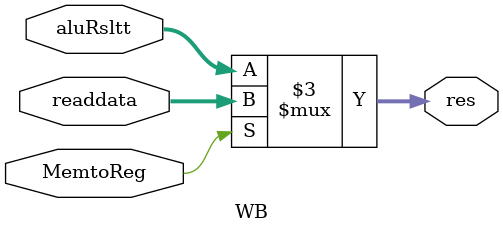
<source format=v>
`timescale 1ns / 1ps
module WB(
	input MemtoReg,
	input [31:0]readdata,
	input [31:0]aluRsltt,
	output reg [31:0]res
    );
	always @(*)
	begin
		if(MemtoReg)
		begin
			res = readdata;
		end
		else
		begin
			res = aluRsltt;
		end
	end

endmodule

</source>
